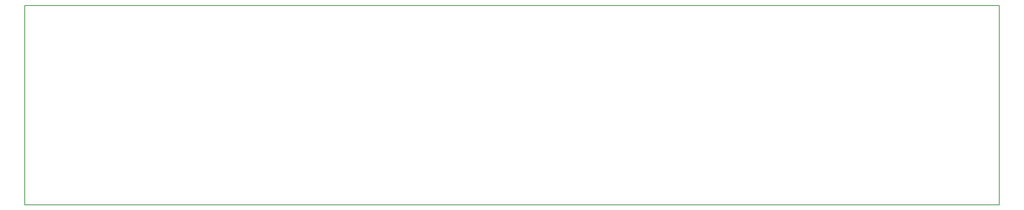
<source format=gm1>
G04 #@! TF.FileFunction,Profile,NP*
%FSLAX46Y46*%
G04 Gerber Fmt 4.6, Leading zero omitted, Abs format (unit mm)*
G04 Created by KiCad (PCBNEW 4.0.7) date *
%MOMM*%
%LPD*%
G01*
G04 APERTURE LIST*
%ADD10C,0.100000*%
%ADD11C,0.150000*%
G04 APERTURE END LIST*
D10*
D11*
X259080000Y-83820000D02*
X35560000Y-83820000D01*
X259080000Y-129540000D02*
X259080000Y-83820000D01*
X35560000Y-129540000D02*
X259080000Y-129540000D01*
X35560000Y-83820000D02*
X35560000Y-129540000D01*
M02*

</source>
